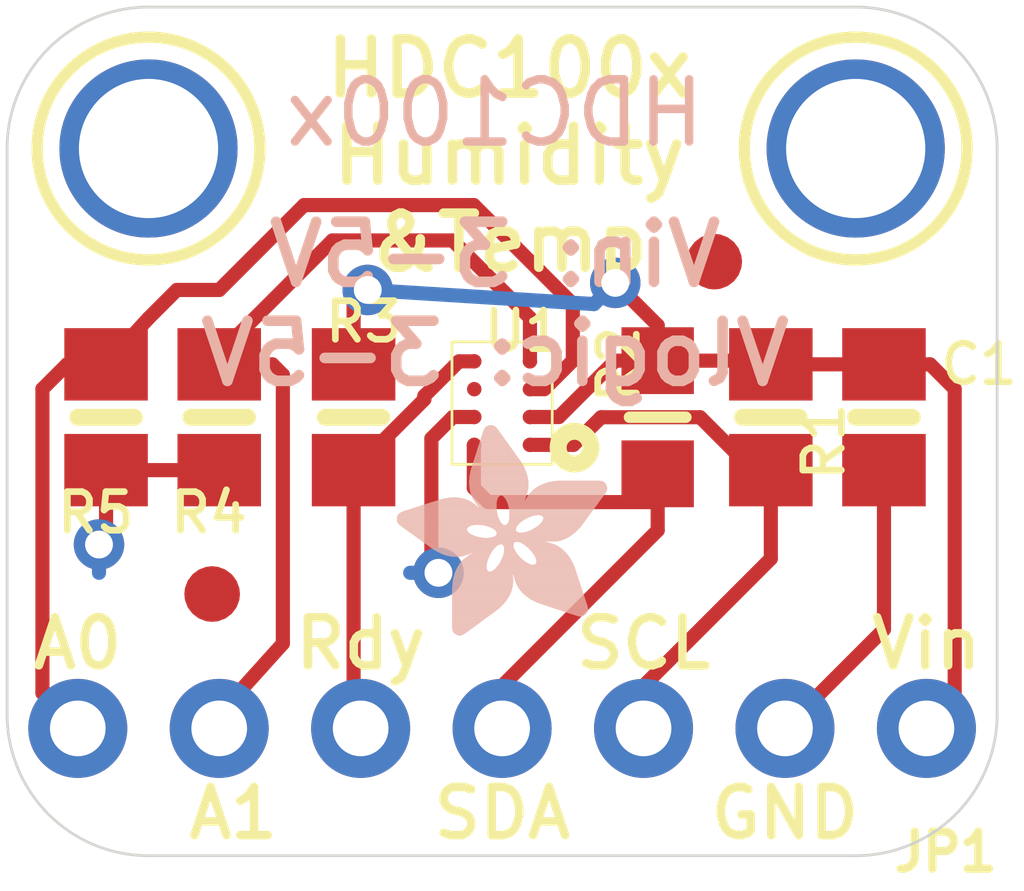
<source format=kicad_pcb>
(kicad_pcb (version 20211014) (generator pcbnew)
  (layers (0 "F.Cu" signal) (31 "B.Cu" signal) (34 "B.Paste" user) (35 "F.Paste" user) (36 "B.SilkS" user "B.Silkscreen") (37 "F.SilkS" user "F.Silkscreen") (38 "B.Mask" user) (39 "F.Mask" user) (44 "Edge.Cuts" user))
  (net 0 "")
  (net 1 "SCL")
  (net 2 "SDY")
  (net 3 "RDY")
  (net 4 "VDD")
  (net 5 "A1")
  (net 6 "A0")
  (net 7 "GND")
  (footprint "boardEagle:0805-NO" (layer "F.Cu") (at 145.8341 104.7496 90)
    (fp_text reference "R3" (at 1.7145 -0.5715) (layer "F.SilkS") (effects (font (size 0.692831 0.692831) (thickness 0.119969)) (justify left)))
    (fp_text value "10K")
    (pad "1" smd rect (at -0.95 0 90) (size 1.3 1.5) (layers "F.Cu" "F.Paste" "F.Mask") (net 3 "RDY"))
    (pad "2" smd rect (at 0.95 0 90) (size 1.3 1.5) (layers "F.Cu" "F.Paste" "F.Mask") (net 4 "VDD"))
  )
  (footprint "boardEagle:MOUNTINGHOLE_2.5_PLATED" (layer "F.Cu") (at 142.1511 99.9236)
    (fp_text reference "U$2" hide)
    (fp_text value "MOUNTINGHOLE2.5" hide)
    (pad "P$1" thru_hole circle (at 0 0) (size 3.2 3.2) (drill 2.5) (layers *.Cu *.Mask))
  )
  (footprint "boardEagle:0805-NO" (layer "F.Cu") (at 141.3891 104.7496 90)
    (fp_text reference "R5" (at -1.7145 0.5715) (layer "F.SilkS") (effects (font (size 0.692831 0.692831) (thickness 0.119969)) (justify right)))
    (fp_text value "10K")
    (pad "1" smd rect (at -0.95 0 90) (size 1.3 1.5) (layers "F.Cu" "F.Paste" "F.Mask") (net 7 "GND"))
    (pad "2" smd rect (at 0.95 0 90) (size 1.3 1.5) (layers "F.Cu" "F.Paste" "F.Mask") (net 6 "A0"))
  )
  (footprint "boardEagle:_0805MP" (layer "F.Cu") (at 151.2951 104.7496 90)
    (fp_text reference "R2" (at 0.1905 -0.6985 90) (layer "F.SilkS") (effects (font (size 0.692831 0.692831) (thickness 0.119969)) (justify left)))
    (fp_text value "10K")
    (pad "1" smd rect (at -1.016 0 90) (size 1.2 1.3) (layers "F.Cu" "F.Paste" "F.Mask") (net 2 "SDY"))
    (pad "2" smd rect (at 1.016 0 90) (size 1.2 1.3) (layers "F.Cu" "F.Paste" "F.Mask") (net 4 "VDD"))
  )
  (footprint "boardEagle:0805-NO" (layer "F.Cu") (at 155.3591 104.7496 -90)
    (fp_text reference "C1" (at -0.9525 -0.9525) (layer "F.SilkS") (effects (font (size 0.692831 0.692831) (thickness 0.119969)) (justify left)))
    (fp_text value "10uF")
    (pad "1" smd rect (at -0.95 0 270) (size 1.3 1.5) (layers "F.Cu" "F.Paste" "F.Mask") (net 4 "VDD"))
    (pad "2" smd rect (at 0.95 0 270) (size 1.3 1.5) (layers "F.Cu" "F.Paste" "F.Mask") (net 7 "GND"))
  )
  (footprint "boardEagle:MOUNTINGHOLE_2.5_PLATED" (layer "F.Cu") (at 154.8511 99.9236)
    (fp_text reference "U$3" hide)
    (fp_text value "MOUNTINGHOLE2.5" hide)
    (pad "P$1" thru_hole circle (at 0 0) (size 3.2 3.2) (drill 2.5) (layers *.Cu *.Mask))
  )
  (footprint "boardEagle:FIDUCIAL_1MM" (layer "F.Cu") (at 152.3111 101.9556)
    (fp_text reference "FID2" hide)
    (fp_text value "FIDUCIAL\"\"" hide)
    (pad "1" smd roundrect (at 0 0) (size 1 1) (layers "F.Cu" "F.Mask") (roundrect_rratio 0.5))
  )
  (footprint "boardEagle:1X07_ROUND_70" (layer "F.Cu") (at 148.5011 110.3376 180)
    (fp_text reference "JP1" (at -8.9662 -1.8288 180) (layer "F.SilkS") (effects (font (size 0.666496 0.666496) (thickness 0.146304)) (justify right top)))
    (fp_text value "")
    (pad "1" thru_hole circle (at -7.62 0 270) (size 1.778 1.778) (drill 1) (layers *.Cu *.Mask) (net 4 "VDD"))
    (pad "2" thru_hole circle (at -5.08 0 270) (size 1.778 1.778) (drill 1) (layers *.Cu *.Mask) (net 7 "GND"))
    (pad "3" thru_hole circle (at -2.54 0 270) (size 1.778 1.778) (drill 1) (layers *.Cu *.Mask) (net 1 "SCL"))
    (pad "4" thru_hole circle (at 0 0 270) (size 1.778 1.778) (drill 1) (layers *.Cu *.Mask) (net 2 "SDY"))
    (pad "5" thru_hole circle (at 2.54 0 270) (size 1.778 1.778) (drill 1) (layers *.Cu *.Mask) (net 3 "RDY"))
    (pad "6" thru_hole circle (at 5.08 0 270) (size 1.778 1.778) (drill 1) (layers *.Cu *.Mask) (net 5 "A1"))
    (pad "7" thru_hole circle (at 7.62 0 270) (size 1.778 1.778) (drill 1) (layers *.Cu *.Mask) (net 6 "A0"))
  )
  (footprint "boardEagle:0805-NO" (layer "F.Cu") (at 153.3271 104.7496 90)
    (fp_text reference "R1" (at 0.3175 0.9525 90) (layer "F.SilkS") (effects (font (size 0.692831 0.692831) (thickness 0.119969)) (justify right)))
    (fp_text value "10K")
    (pad "1" smd rect (at -0.95 0 90) (size 1.3 1.5) (layers "F.Cu" "F.Paste" "F.Mask") (net 1 "SCL"))
    (pad "2" smd rect (at 0.95 0 90) (size 1.3 1.5) (layers "F.Cu" "F.Paste" "F.Mask") (net 4 "VDD"))
  )
  (footprint "boardEagle:DSBGA8_HDC1008" (layer "F.Cu") (at 148.5011 104.4956 180)
    (fp_text reference "U1" (at 0.392 1.292) (layer "F.SilkS") (effects (font (size 0.692831 0.692831) (thickness 0.119969)) (justify left)))
    (fp_text value "HDC1008")
    (pad "A1" smd roundrect (at -0.5 -0.75 180) (size 0.263 0.263) (layers "F.Cu") (roundrect_rratio 0.5) (net 1 "SCL"))
    (pad "A2" smd roundrect (at 0.5 -0.75 180) (size 0.263 0.263) (layers "F.Cu") (roundrect_rratio 0.5) (net 2 "SDY"))
    (pad "B1" smd roundrect (at -0.5 -0.25 180) (size 0.263 0.263) (layers "F.Cu") (roundrect_rratio 0.5) (net 4 "VDD"))
    (pad "B2" smd roundrect (at 0.5 -0.25 180) (size 0.263 0.263) (layers "F.Cu") (roundrect_rratio 0.5) (net 7 "GND"))
    (pad "C1" smd roundrect (at -0.5 0.25 180) (size 0.263 0.263) (layers "F.Cu") (roundrect_rratio 0.5) (net 6 "A0"))
    (pad "C2" smd roundrect (at 0.5 0.25 180) (size 0.263 0.263) (layers "F.Cu") (roundrect_rratio 0.5))
    (pad "D1" smd roundrect (at -0.5 0.75 180) (size 0.263 0.263) (layers "F.Cu") (roundrect_rratio 0.5) (net 5 "A1"))
    (pad "D2" smd roundrect (at 0.5 0.75 180) (size 0.263 0.263) (layers "F.Cu") (roundrect_rratio 0.5) (net 3 "RDY"))
  )
  (footprint "boardEagle:FIDUCIAL_1MM" (layer "F.Cu") (at 143.2941 107.9246)
    (fp_text reference "FID1" hide)
    (fp_text value "FIDUCIAL\"\"" hide)
    (pad "1" smd roundrect (at 0 0) (size 1 1) (layers "F.Cu" "F.Mask") (roundrect_rratio 0.5))
  )
  (footprint "boardEagle:0805-NO" (layer "F.Cu") (at 143.4211 104.7496 90)
    (fp_text reference "R4" (at -1.7145 0.5715) (layer "F.SilkS") (effects (font (size 0.692831 0.692831) (thickness 0.119969)) (justify right)))
    (fp_text value "10K")
    (pad "1" smd rect (at -0.95 0 90) (size 1.3 1.5) (layers "F.Cu" "F.Paste" "F.Mask") (net 7 "GND"))
    (pad "2" smd rect (at 0.95 0 90) (size 1.3 1.5) (layers "F.Cu" "F.Paste" "F.Mask") (net 5 "A1"))
  )
  (footprint "boardEagle:ADAFRUIT_3.5MM" (layer "B.Cu") (at 150.4061 108.6866 180)
    (fp_text reference "U$14" hide)
    (fp_text value "" hide)
  )
  (gr_line (start 157.3911 99.9236) (end 157.3911 110.0836) (layer "Edge.Cuts") (width 0.05))
  (gr_arc (start 142.1511 112.6236) (mid 140.355049 111.879651) (end 139.6111 110.0836) (layer "Edge.Cuts") (width 0.05))
  (gr_line (start 139.6111 110.0836) (end 139.6111 99.9236) (layer "Edge.Cuts") (width 0.05))
  (gr_line (start 154.8511 112.6236) (end 142.1511 112.6236) (layer "Edge.Cuts") (width 0.05))
  (gr_arc (start 139.6111 99.9236) (mid 140.355049 98.127549) (end 142.1511 97.3836) (layer "Edge.Cuts") (width 0.05))
  (gr_line (start 142.1511 97.3836) (end 154.8511 97.3836) (layer "Edge.Cuts") (width 0.05))
  (gr_arc (start 157.3911 110.0836) (mid 156.647151 111.879651) (end 154.8511 112.6236) (layer "Edge.Cuts") (width 0.05))
  (gr_arc (start 154.8511 97.3836) (mid 156.647151 98.127549) (end 157.3911 99.9236) (layer "Edge.Cuts") (width 0.05))
  (gr_text "Vlogic: 3-5V" (at 148.3741 103.6066) (layer "B.SilkS") (effects (font (size 1.0795 1.0795) (thickness 0.1905)) (justify mirror)))
  (gr_text "HDC100x" (at 148.3741 99.2886) (layer "B.SilkS") (effects (font (size 1.1176 1.1176) (thickness 0.1524)) (justify mirror)))
  (gr_text "Vin: 3-5V" (at 148.3741 101.8286) (layer "B.SilkS") (effects (font (size 1.0795 1.0795) (thickness 0.1905)) (justify mirror)))
  (gr_text "Vin" (at 156.1211 108.8136) (layer "F.SilkS") (effects (font (size 0.8636 0.8636) (thickness 0.1524))))
  (gr_text "SDA" (at 148.5011 111.8616) (layer "F.SilkS") (effects (font (size 0.8636 0.8636) (thickness 0.1524))))
  (gr_text "A0" (at 140.8811 108.8136) (layer "F.SilkS") (effects (font (size 0.8636 0.8636) (thickness 0.1524))))
  (gr_text "GND" (at 153.5811 111.8616) (layer "F.SilkS") (effects (font (size 0.8636 0.8636) (thickness 0.1524))))
  (gr_text "HDC100x\nHumidity\n&Temp" (at 148.6281 100.0506) (layer "F.SilkS") (effects (font (size 0.97155 0.97155) (thickness 0.17145))))
  (gr_text "Rdy" (at 145.9611 108.8136) (layer "F.SilkS") (effects (font (size 0.8636 0.8636) (thickness 0.1524))))
  (gr_text "SCL" (at 151.0411 108.8136) (layer "F.SilkS") (effects (font (size 0.8636 0.8636) (thickness 0.1524))))
  (gr_text "A1" (at 143.6751 111.8616) (layer "F.SilkS") (effects (font (size 0.8636 0.8636) (thickness 0.1524))))
  (segment (start 153.0071 105.6996) (end 153.3271 105.6996) (width 0.254) (layer "F.Cu") (net 1))
  (segment (start 149.0011 105.2456) (end 149.7831 105.2456) (width 0.254) (layer "F.Cu") (net 1))
  (segment (start 153.3271 105.6996) (end 153.3271 107.2896) (width 0.254) (layer "F.Cu") (net 1))
  (segment (start 152.0571 104.7496) (end 153.0071 105.6996) (width 0.254) (layer "F.Cu") (net 1))
  (segment (start 153.3271 107.2896) (end 151.0411 109.5756) (width 0.254) (layer "F.Cu") (net 1))
  (segment (start 149.7831 105.2456) (end 150.2791 104.7496) (width 0.254) (layer "F.Cu") (net 1))
  (segment (start 150.2791 104.7496) (end 152.0571 104.7496) (width 0.254) (layer "F.Cu") (net 1))
  (segment (start 151.0411 109.5756) (end 151.0411 110.3376) (width 0.254) (layer "F.Cu") (net 1))
  (segment (start 147.9931 105.2536) (end 147.9931 106.0196) (width 0.254) (layer "F.Cu") (net 2))
  (segment (start 148.0011 105.2456) (end 147.9931 105.2536) (width 0.254) (layer "F.Cu") (net 2))
  (segment (start 151.2951 105.7656) (end 151.2951 106.2736) (width 0.254) (layer "F.Cu") (net 2))
  (segment (start 151.2951 106.7816) (end 148.5011 109.5756) (width 0.254) (layer "F.Cu") (net 2))
  (segment (start 148.2471 106.2736) (end 151.2951 106.2736) (width 0.254) (layer "F.Cu") (net 2))
  (segment (start 148.5011 109.5756) (end 148.5011 110.3376) (width 0.254) (layer "F.Cu") (net 2))
  (segment (start 151.2951 106.2736) (end 151.2951 106.7816) (width 0.254) (layer "F.Cu") (net 2))
  (segment (start 147.9931 106.0196) (end 148.2471 106.2736) (width 0.254) (layer "F.Cu") (net 2))
  (segment (start 145.8341 110.0836) (end 145.9611 110.3376) (width 0.254) (layer "F.Cu") (net 3))
  (segment (start 145.8341 105.6996) (end 145.8341 110.0836) (width 0.254) (layer "F.Cu") (net 3))
  (segment (start 147.1041 104.4296) (end 145.8341 105.6996) (width 0.254) (layer "F.Cu") (net 3))
  (segment (start 147.1041 104.3686) (end 147.1041 104.4296) (width 0.254) (layer "F.Cu") (net 3))
  (segment (start 148.0011 103.7456) (end 147.7271 103.7456) (width 0.254) (layer "F.Cu") (net 3))
  (segment (start 147.7271 103.7456) (end 147.1041 104.3686) (width 0.254) (layer "F.Cu") (net 3))
  (segment (start 153.3271 103.7996) (end 155.3591 103.7996) (width 0.254) (layer "F.Cu") (net 4))
  (segment (start 153.2611 103.7336) (end 153.3271 103.7996) (width 0.254) (layer "F.Cu") (net 4))
  (segment (start 150.5331 103.7336) (end 151.2951 103.7336) (width 0.254) (layer "F.Cu") (net 4))
  (segment (start 156.6291 109.8296) (end 156.1211 110.3376) (width 0.254) (layer "F.Cu") (net 4))
  (segment (start 145.8341 102.7176) (end 146.0881 102.4636) (width 0.254) (layer "F.Cu") (net 4))
  (segment (start 151.2951 103.7336) (end 153.2611 103.7336) (width 0.254) (layer "F.Cu") (net 4))
  (segment (start 145.8341 103.7996) (end 145.8341 102.7176) (width 0.254) (layer "F.Cu") (net 4))
  (segment (start 151.2951 103.0986) (end 151.2951 103.7336) (width 0.254) (layer "F.Cu") (net 4))
  (segment (start 150.5331 102.3366) (end 151.2951 103.0986) (width 0.254) (layer "F.Cu") (net 4))
  (segment (start 156.1871 103.7996) (end 156.6291 104.2416) (width 0.254) (layer "F.Cu") (net 4))
  (segment (start 149.0011 104.7456) (end 149.5211 104.7456) (width 0.254) (layer "F.Cu") (net 4))
  (segment (start 156.6291 104.2416) (end 156.6291 109.8296) (width 0.254) (layer "F.Cu") (net 4))
  (segment (start 149.5211 104.7456) (end 150.5331 103.7336) (width 0.254) (layer "F.Cu") (net 4))
  (segment (start 155.3591 103.7996) (end 156.1871 103.7996) (width 0.254) (layer "F.Cu") (net 4))
  (via (at 150.5331 102.3366) (size 0.9064) (drill 0.5) (layers "F.Cu" "B.Cu") (net 4))
  (via (at 146.0881 102.4636) (size 0.9064) (drill 0.5) (layers "F.Cu" "B.Cu") (net 4))
  (segment (start 150.1521 102.7176) (end 150.5331 102.3366) (width 0.254) (layer "B.Cu") (net 4))
  (segment (start 146.0881 102.4636) (end 150.1521 102.7176) (width 0.254) (layer "B.Cu") (net 4))
  (segment (start 144.5641 103.9876) (end 144.5641 108.8136) (width 0.254) (layer "F.Cu") (net 5))
  (segment (start 143.4211 110.0836) (end 143.4211 110.3376) (width 0.254) (layer "F.Cu") (net 5))
  (segment (start 143.4211 103.6066) (end 143.4211 103.7996) (width 0.254) (layer "F.Cu") (net 5))
  (segment (start 147.6121 101.5746) (end 145.4531 101.5746) (width 0.254) (layer "F.Cu") (net 5))
  (segment (start 144.5641 108.8136) (end 143.4211 110.0836) (width 0.254) (layer "F.Cu") (net 5))
  (segment (start 149.0011 102.9636) (end 147.6121 101.5746) (width 0.254) (layer "F.Cu") (net 5))
  (segment (start 143.4211 103.7996) (end 144.3761 103.7996) (width 0.254) (layer "F.Cu") (net 5))
  (segment (start 144.3761 103.7996) (end 144.5641 103.9876) (width 0.254) (layer "F.Cu") (net 5))
  (segment (start 149.0011 103.7456) (end 149.0011 102.9636) (width 0.254) (layer "F.Cu") (net 5))
  (segment (start 145.4531 101.5746) (end 143.4211 103.6066) (width 0.254) (layer "F.Cu") (net 5))
  (segment (start 141.3891 103.7996) (end 140.6881 103.7996) (width 0.254) (layer "F.Cu") (net 6))
  (segment (start 142.6591 102.4636) (end 142.1511 102.9716) (width 0.254) (layer "F.Cu") (net 6))
  (segment (start 140.2461 104.2416) (end 140.2461 109.7026) (width 0.254) (layer "F.Cu") (net 6))
  (segment (start 140.2461 109.7026) (end 140.8811 110.3376) (width 0.254) (layer "F.Cu") (net 6))
  (segment (start 140.6881 103.7996) (end 140.2461 104.2416) (width 0.254) (layer "F.Cu") (net 6))
  (segment (start 143.4211 102.4636) (end 144.9451 100.9396) (width 0.254) (layer "F.Cu") (net 6))
  (segment (start 142.1511 102.9716) (end 141.3891 103.7996) (width 0.254) (layer "F.Cu") (net 6))
  (segment (start 149.7711 103.7336) (end 149.7711 102.7176) (width 0.254) (layer "F.Cu") (net 6))
  (segment (start 149.0011 104.2456) (end 149.2591 104.2456) (width 0.254) (layer "F.Cu") (net 6))
  (segment (start 144.9451 100.9396) (end 147.9931 100.9396) (width 0.254) (layer "F.Cu") (net 6))
  (segment (start 147.9931 100.9396) (end 149.7711 102.7176) (width 0.254) (layer "F.Cu") (net 6))
  (segment (start 143.4211 102.4636) (end 142.6591 102.4636) (width 0.254) (layer "F.Cu") (net 6))
  (segment (start 149.2591 104.2456) (end 149.7711 103.7336) (width 0.254) (layer "F.Cu") (net 6))
  (segment (start 141.3891 106.9086) (end 141.2621 107.0356) (width 0.254) (layer "F.Cu") (net 7))
  (segment (start 141.3891 105.6996) (end 141.3891 106.9086) (width 0.254) (layer "F.Cu") (net 7))
  (segment (start 155.3591 108.5596) (end 153.5811 110.3376) (width 0.254) (layer "F.Cu") (net 7))
  (segment (start 148.0011 104.7456) (end 147.6161 104.7456) (width 0.254) (layer "F.Cu") (net 7))
  (segment (start 147.6161 104.7456) (end 147.2311 105.1306) (width 0.254) (layer "F.Cu") (net 7))
  (segment (start 155.3591 105.6996) (end 155.3591 108.5596) (width 0.254) (layer "F.Cu") (net 7))
  (segment (start 147.2311 107.4166) (end 147.3581 107.5436) (width 0.254) (layer "F.Cu") (net 7))
  (segment (start 147.2311 105.1306) (end 147.2311 107.4166) (width 0.254) (layer "F.Cu") (net 7))
  (segment (start 141.3891 105.6996) (end 143.4211 105.6996) (width 0.254) (layer "F.Cu") (net 7))
  (via (at 147.3581 107.5436) (size 0.9064) (drill 0.5) (layers "F.Cu" "B.Cu") (net 7))
  (via (at 141.2621 107.0356) (size 0.9064) (drill 0.5) (layers "F.Cu" "B.Cu") (net 7))
  (segment (start 141.2621 107.0356) (end 141.2621 107.5436) (width 0.254) (layer "B.Cu") (net 7))
  (segment (start 147.3581 107.5436) (end 146.8501 107.5436) (width 0.254) (layer "B.Cu") (net 7))
)
</source>
